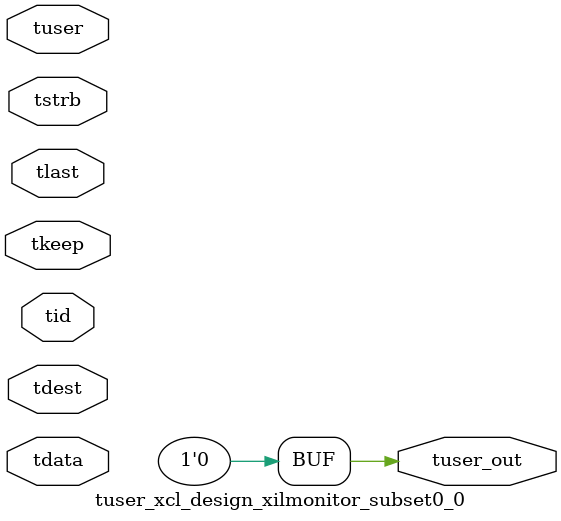
<source format=v>


`timescale 1ps/1ps

module tuser_xcl_design_xilmonitor_subset0_0 #
(
parameter C_S_AXIS_TUSER_WIDTH = 1,
parameter C_S_AXIS_TDATA_WIDTH = 32,
parameter C_S_AXIS_TID_WIDTH   = 0,
parameter C_S_AXIS_TDEST_WIDTH = 0,
parameter C_M_AXIS_TUSER_WIDTH = 1
)
(
input  [(C_S_AXIS_TUSER_WIDTH == 0 ? 1 : C_S_AXIS_TUSER_WIDTH)-1:0     ] tuser,
input  [(C_S_AXIS_TDATA_WIDTH == 0 ? 1 : C_S_AXIS_TDATA_WIDTH)-1:0     ] tdata,
input  [(C_S_AXIS_TID_WIDTH   == 0 ? 1 : C_S_AXIS_TID_WIDTH)-1:0       ] tid,
input  [(C_S_AXIS_TDEST_WIDTH == 0 ? 1 : C_S_AXIS_TDEST_WIDTH)-1:0     ] tdest,
input  [(C_S_AXIS_TDATA_WIDTH/8)-1:0 ] tkeep,
input  [(C_S_AXIS_TDATA_WIDTH/8)-1:0 ] tstrb,
input                                                                    tlast,
output [C_M_AXIS_TUSER_WIDTH-1:0] tuser_out
);

assign tuser_out = {1'b0};

endmodule


</source>
